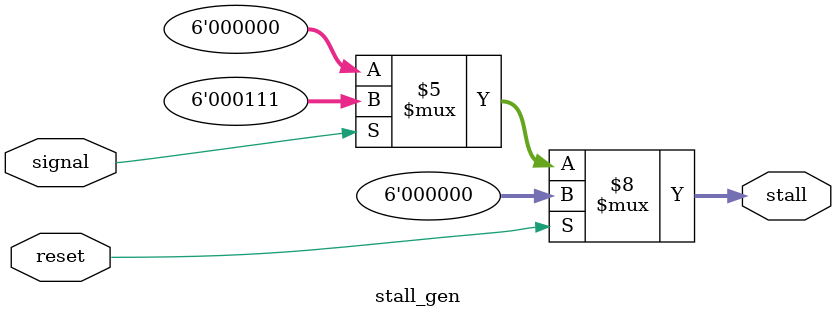
<source format=v>
module stall_gen (
    // ------ Input ------
    input wire reset,
    input wire signal,
    // ------ Output ------
    output reg[5:0] stall
);
    
    always @(*) begin
        if(reset == 1) begin
            stall <= 6'b000000;
        end else begin
            if(signal == 1) begin
                stall <= 6'b000111;
                // $display("Stall gen");
            end else begin
                stall <= 6'b000000;
            end
        end
    end
endmodule
</source>
